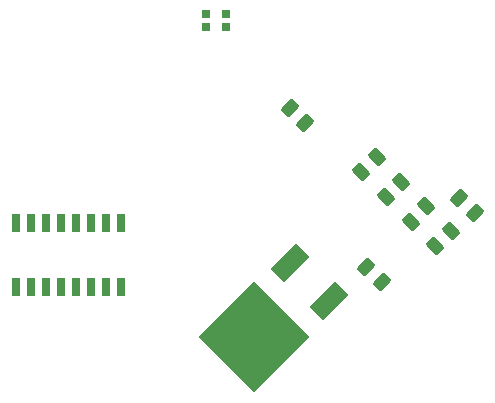
<source format=gbr>
%TF.GenerationSoftware,KiCad,Pcbnew,7.0.6*%
%TF.CreationDate,2024-08-01T17:58:24-04:00*%
%TF.ProjectId,Arduino_Motor_Shield,41726475-696e-46f5-9f4d-6f746f725f53,rev?*%
%TF.SameCoordinates,Original*%
%TF.FileFunction,Paste,Top*%
%TF.FilePolarity,Positive*%
%FSLAX46Y46*%
G04 Gerber Fmt 4.6, Leading zero omitted, Abs format (unit mm)*
G04 Created by KiCad (PCBNEW 7.0.6) date 2024-08-01 17:58:24*
%MOMM*%
%LPD*%
G01*
G04 APERTURE LIST*
G04 Aperture macros list*
%AMRoundRect*
0 Rectangle with rounded corners*
0 $1 Rounding radius*
0 $2 $3 $4 $5 $6 $7 $8 $9 X,Y pos of 4 corners*
0 Add a 4 corners polygon primitive as box body*
4,1,4,$2,$3,$4,$5,$6,$7,$8,$9,$2,$3,0*
0 Add four circle primitives for the rounded corners*
1,1,$1+$1,$2,$3*
1,1,$1+$1,$4,$5*
1,1,$1+$1,$6,$7*
1,1,$1+$1,$8,$9*
0 Add four rect primitives between the rounded corners*
20,1,$1+$1,$2,$3,$4,$5,0*
20,1,$1+$1,$4,$5,$6,$7,0*
20,1,$1+$1,$6,$7,$8,$9,0*
20,1,$1+$1,$8,$9,$2,$3,0*%
%AMRotRect*
0 Rectangle, with rotation*
0 The origin of the aperture is its center*
0 $1 length*
0 $2 width*
0 $3 Rotation angle, in degrees counterclockwise*
0 Add horizontal line*
21,1,$1,$2,0,0,$3*%
G04 Aperture macros list end*
%ADD10RoundRect,0.250000X0.132583X-0.503814X0.503814X-0.132583X-0.132583X0.503814X-0.503814X0.132583X0*%
%ADD11RoundRect,0.250000X-0.503814X-0.132583X-0.132583X-0.503814X0.503814X0.132583X0.132583X0.503814X0*%
%ADD12RoundRect,0.250000X-0.132583X0.503814X-0.503814X0.132583X0.132583X-0.503814X0.503814X-0.132583X0*%
%ADD13R,0.650000X1.525000*%
%ADD14RotRect,1.600000X3.000000X135.000000*%
%ADD15RotRect,6.700000X6.700000X225.000000*%
%ADD16RoundRect,0.250000X0.503814X0.132583X0.132583X0.503814X-0.503814X-0.132583X-0.132583X-0.503814X0*%
%ADD17R,0.800000X0.700000*%
G04 APERTURE END LIST*
D10*
%TO.C,R4*%
X156770565Y-86199505D03*
X158061035Y-84909035D03*
%TD*%
D11*
%TO.C,R9*%
X153014530Y-90022530D03*
X154305000Y-91313000D03*
%TD*%
D12*
%TO.C,R2*%
X153889105Y-80737105D03*
X152598635Y-82027575D03*
%TD*%
D13*
%TO.C,IC1*%
X123316999Y-91739001D03*
X124586999Y-91739001D03*
X125856999Y-91739001D03*
X127126999Y-91739001D03*
X128396999Y-91739001D03*
X129666999Y-91739001D03*
X130936999Y-91739001D03*
X132206999Y-91739001D03*
X132206999Y-86315001D03*
X130936999Y-86315001D03*
X129666999Y-86315001D03*
X128396999Y-86315001D03*
X127126999Y-86315001D03*
X125856999Y-86315001D03*
X124586999Y-86315001D03*
X123316999Y-86315001D03*
%TD*%
D12*
%TO.C,R3*%
X155975070Y-82823070D03*
X154684600Y-84113540D03*
%TD*%
D11*
%TO.C,R8*%
X160888530Y-84180530D03*
X162179000Y-85471000D03*
%TD*%
D14*
%TO.C,IC2*%
X149838606Y-92936086D03*
D15*
X143510000Y-96012000D03*
D14*
X146585914Y-89683394D03*
%TD*%
D10*
%TO.C,R5*%
X158856530Y-88285470D03*
X160147000Y-86995000D03*
%TD*%
D16*
%TO.C,R7*%
X147828000Y-77851000D03*
X146537530Y-76560530D03*
%TD*%
D17*
%TO.C,LED1*%
X141097000Y-69723000D03*
X139397000Y-69723000D03*
X139397000Y-68623000D03*
X141097000Y-68623000D03*
%TD*%
M02*

</source>
